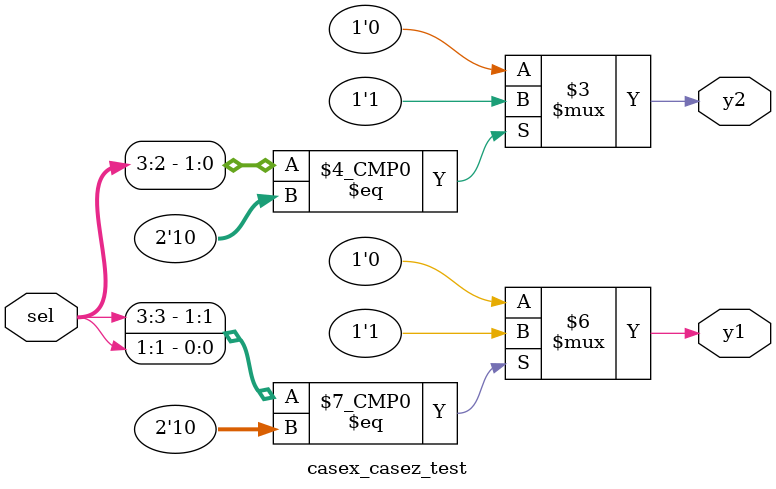
<source format=sv>
module casex_casez_test(input logic [3:0] sel, output logic y1, y2);
    always_comb begin
        casex(sel)
            4'b1x0x : y1 = 1;
            default : y1 = 0;
        endcase
        casez(sel)
            4'b10?? : y2 = 1;
            default : y2 = 0;
        endcase
    end
endmodule

</source>
